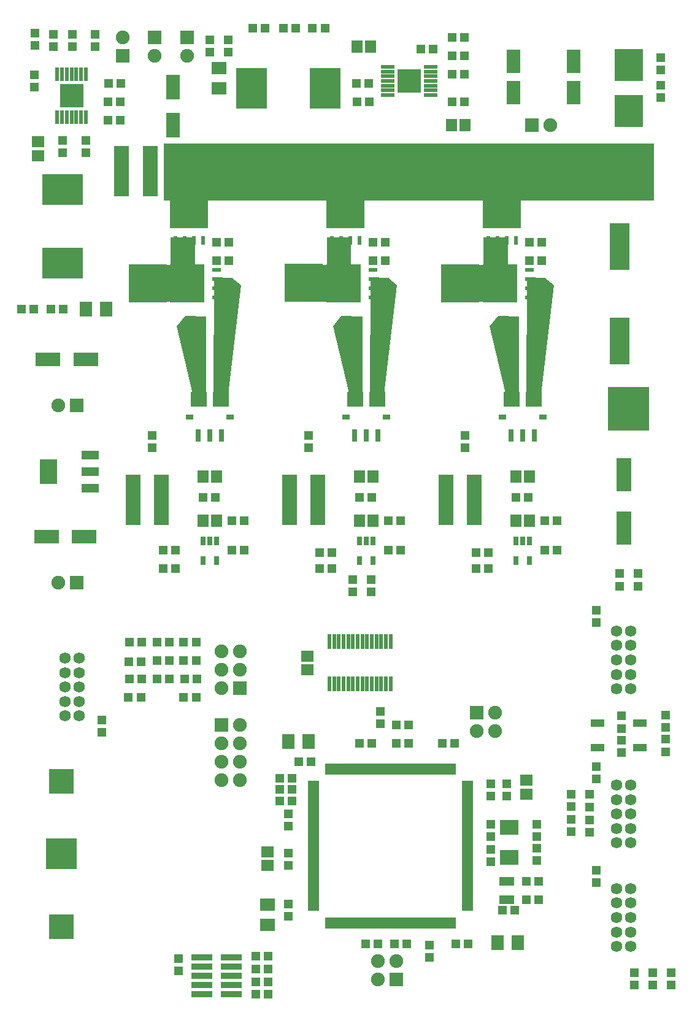
<source format=gts>
G04 DipTrace 3.3.1.3*
G04 TopMask.gbr*
%MOIN*%
G04 #@! TF.FileFunction,Soldermask,Top*
G04 #@! TF.Part,Single*
%ADD98R,0.102368X0.082683*%
%ADD100R,0.082683X0.051187*%
%ADD102R,0.08662X0.082683*%
%ADD104R,0.043313X0.031502*%
%ADD106R,0.027565X0.070872*%
%ADD108R,0.031502X0.051187*%
%ADD110R,0.129927X0.12599*%
%ADD112R,0.024415X0.077959*%
%ADD114R,0.092526X0.135833*%
%ADD116R,0.092526X0.045282*%
%ADD118R,0.12599X0.129927*%
%ADD120R,0.077959X0.024415*%
%ADD122R,0.023628X0.078746*%
%ADD124R,0.021266X0.06103*%
%ADD126R,0.06103X0.021266*%
%ADD128R,0.074809X0.039376*%
%ADD130R,0.18788X0.20788*%
%ADD132R,0.04788X0.02388*%
%ADD134R,0.20788X0.18788*%
%ADD136R,0.02388X0.04788*%
%ADD138R,0.20788X0.20788*%
%ADD140R,0.224415X0.167329*%
%ADD142R,0.167329X0.224415*%
%ADD144R,0.117723X0.037014*%
%ADD146C,0.06225*%
%ADD148C,0.074809*%
%ADD150R,0.074809X0.074809*%
%ADD152R,0.15788X0.17488*%
%ADD154R,0.137801X0.072841*%
%ADD156R,0.072841X0.137801*%
%ADD158R,0.072841X0.129927*%
%ADD160R,0.059061X0.066935*%
%ADD162R,0.082683X0.275597*%
%ADD164R,0.078746X0.181108*%
%ADD166R,0.106305X0.255911*%
%ADD168R,0.070872X0.078746*%
%ADD170R,0.066935X0.059061*%
%ADD172R,0.078746X0.070872*%
%ADD174R,0.051187X0.04725*%
%ADD176R,0.04725X0.051187*%
%ADD178R,0.16536X0.16536*%
%ADD180R,0.133864X0.133864*%
%FSLAX26Y26*%
G04*
G70*
G90*
G75*
G01*
G04 TopMask*
%LPD*%
D180*
X774930Y999949D3*
D178*
Y1393650D3*
D180*
Y1787351D3*
D176*
X4056200Y2081200D3*
Y2148129D3*
D174*
X3237449Y1087451D3*
X3170520D3*
X3368700Y1145275D3*
X3301771D3*
D172*
X1893700Y1118700D3*
Y1008464D3*
D174*
X3368700Y1245275D3*
X3301771D3*
D176*
X3356200Y1424949D3*
Y1358020D3*
D170*
X1893700Y1331200D3*
Y1406003D3*
D176*
X3356200Y1487451D3*
Y1554380D3*
X3818700Y2012449D3*
Y1945520D3*
D168*
X3143700Y912449D3*
X3253936D3*
D170*
X3299949Y1793700D3*
Y1718897D3*
D176*
X3106200Y1774949D3*
Y1708020D3*
D168*
X2118700Y2006200D3*
X2008464D3*
D174*
X2918700Y906200D3*
X2985629D3*
X2649949D3*
X2583020D3*
X2493700D3*
X2426771D3*
D176*
X2006200Y1056200D3*
Y1123129D3*
Y1331200D3*
Y1398129D3*
Y1543700D3*
Y1610629D3*
D174*
X2131200Y1893700D3*
X2064271D3*
X2393700Y1993700D3*
X2460629D3*
X2593700D3*
X2660629D3*
X2843700D3*
X2910629D3*
D176*
X3193700Y1774949D3*
Y1708020D3*
X3106200Y1418700D3*
Y1351771D3*
D174*
X1506200Y2243700D3*
X1439271D3*
D176*
X2356200Y2818700D3*
Y2885629D3*
X2456200Y2818700D3*
Y2885629D3*
D170*
X2112449Y2468700D3*
Y2393897D3*
D166*
X3806200Y4693700D3*
Y4181889D3*
D164*
X3831200Y3456200D3*
Y3164861D3*
D162*
X1256200Y5106200D3*
X1102657D3*
D160*
X2968602Y5356200D3*
X2893798D3*
D174*
X2381200Y5481200D3*
X2448129D3*
X1881200Y5881200D3*
X1814271D3*
X1981200D3*
X2048129D3*
D158*
X3556200Y5531200D3*
Y5700491D3*
X3231200Y5531200D3*
Y5700491D3*
D174*
X2964665Y5481200D3*
X2897735D3*
D172*
X1631200Y5556200D3*
Y5666436D3*
D156*
X1381200Y5356200D3*
Y5560924D3*
D174*
X2793700Y5768700D3*
X2726771D3*
D160*
X2381200Y5781200D3*
X2456003D3*
D154*
X693700Y3118700D3*
X898424D3*
D176*
X906200Y5206200D3*
Y5273129D3*
D174*
X1093700Y5381200D3*
X1026771D3*
X1093700Y5481200D3*
X1026771D3*
D176*
X956200Y5781200D3*
Y5848129D3*
D168*
X906200Y4356200D3*
X1016436D3*
D154*
X906200Y4081200D3*
X701476D3*
D176*
X627165Y5627165D3*
Y5560235D3*
D170*
X647735Y5264468D3*
Y5189665D3*
D176*
X3681200Y2718700D3*
Y2651771D3*
X1412449Y824951D3*
Y758022D3*
X3681200Y1868700D3*
Y1801771D3*
X993700Y2056200D3*
Y2123129D3*
X3681200Y1306200D3*
Y1239271D3*
D174*
X1768700Y3043700D3*
X1701771D3*
X2618700D3*
X2551771D3*
X3468700D3*
X3401771D3*
D160*
X1543700Y3206200D3*
X1618503D3*
X2393897D3*
X2468700D3*
X3243700D3*
X3318503D3*
D162*
X1318700Y3318700D3*
X1165157D3*
X2168700D3*
X2015157D3*
X3018700D3*
X2865157D3*
D160*
X1543700Y3443700D3*
X1618503D3*
X2393700D3*
X2468503D3*
X3243700D3*
X3318503D3*
D174*
X1293700Y2543700D3*
X1360629D3*
X1293700Y2443700D3*
X1360629D3*
X1293700Y2343700D3*
X1360629D3*
X1768700Y3206200D3*
X1701771D3*
X2618700D3*
X2551771D3*
X3468700D3*
X3401771D3*
D152*
X3856200Y5431200D3*
Y5682200D3*
D150*
X3331200Y5356200D3*
D148*
X3431200D3*
D150*
X1456200Y5831200D3*
D148*
Y5731200D3*
D150*
X856200Y2868700D3*
D148*
X756200D3*
D150*
X1281200Y5831200D3*
D148*
Y5731200D3*
D150*
X1106200D3*
D148*
Y5831200D3*
D150*
X856200Y3831200D3*
D148*
X756200D3*
D146*
X3868700Y2606200D3*
X3789960D3*
X3868700Y2527460D3*
X3789960D3*
X3868700Y2448720D3*
X3789960D3*
X3868700Y2369980D3*
X3789960D3*
X3868700Y2291239D3*
X3789960D3*
D144*
X1537449Y831200D3*
Y781200D3*
Y731200D3*
Y681200D3*
Y631200D3*
X1697686D3*
Y681200D3*
Y731200D3*
Y781200D3*
Y831200D3*
D146*
X3868700Y1768700D3*
X3789960D3*
X3868700Y1689960D3*
X3789960D3*
X3868700Y1611220D3*
X3789960D3*
X3868700Y1532480D3*
X3789960D3*
X3868700Y1453739D3*
X3789960D3*
X793700Y2143700D3*
X872440D3*
X793700Y2222440D3*
X872440D3*
X793700Y2301180D3*
X872440D3*
X793700Y2379920D3*
X872440D3*
X793700Y2458661D3*
X872440D3*
X3868700Y1206200D3*
X3789960D3*
X3868700Y1127460D3*
X3789960D3*
X3868700Y1048720D3*
X3789960D3*
X3868700Y969980D3*
X3789960D3*
X3868700Y891239D3*
X3789960D3*
D150*
X3031200Y2162449D3*
D148*
X3131200D3*
X3031200Y2062449D3*
X3131200D3*
D150*
X1743700Y2293700D3*
D148*
X1643700D3*
X1743700Y2393700D3*
X1643700D3*
X1743700Y2493700D3*
X1643700D3*
D150*
X2593700Y712449D3*
D148*
X2493700D3*
X2593700Y812449D3*
X2493700D3*
D150*
X1643700Y2093700D3*
D148*
X1743700D3*
X1643700Y1993700D3*
X1743700D3*
X1643700Y1893700D3*
X1743700D3*
X1643700Y1793700D3*
X1743700D3*
D142*
X2206200Y5556200D3*
X1806594D3*
D140*
X781200Y5006200D3*
Y4606594D3*
D138*
X3856200Y5106200D3*
Y3818700D3*
X1243700Y4493700D3*
X2090575Y4496825D3*
X2940575Y4493700D3*
D136*
X1543700Y4729502D3*
X1493700D3*
X1443700D3*
X1393700D3*
D134*
X1468700Y4889502D3*
D136*
X2393700Y4729502D3*
X2343700D3*
X2293700D3*
X2243700D3*
D134*
X2318700Y4889502D3*
D136*
X3243700Y4729502D3*
X3193700D3*
X3143700D3*
X3093700D3*
D134*
X3168700Y4889502D3*
D132*
X1618700Y4568700D3*
Y4518700D3*
Y4468700D3*
Y4418700D3*
D130*
X1458700Y4493700D3*
D132*
X2468700Y4568700D3*
Y4518700D3*
Y4468700D3*
Y4418700D3*
D130*
X2308700Y4493700D3*
D132*
X3318700Y4568700D3*
Y4518700D3*
Y4468700D3*
Y4418700D3*
D130*
X3158700Y4493700D3*
D176*
X2774949Y831200D3*
Y898129D3*
X4056200Y1949951D3*
Y2016880D3*
X3106200Y1556200D3*
Y1489271D3*
X3818700Y2143700D3*
Y2076771D3*
D174*
X2593700Y2093700D3*
X2660629D3*
X1510629Y2343700D3*
X1443700D3*
X1506200Y2443700D3*
X1439271D3*
X1506200Y2543700D3*
X1439271D3*
D176*
X2506200Y2168700D3*
Y2101771D3*
D174*
X1143700Y2543700D3*
X1210629D3*
X1139665Y2439665D3*
X1206594D3*
X1143700Y2343700D3*
X1210629D3*
X1206200Y2243700D3*
X1139271D3*
X2443700Y5581200D3*
X2376771D3*
X2964665Y5831200D3*
X2897735D3*
X2206200Y5881200D3*
X2139271D3*
X2964665Y5631200D3*
X2897735D3*
D176*
X1581200Y5818700D3*
Y5751771D3*
X4031200Y5656200D3*
Y5723129D3*
D174*
X2897735Y5731200D3*
X2964665D3*
D176*
X1681200Y5818700D3*
Y5751771D3*
X4031200Y5506200D3*
Y5573129D3*
X781200Y5273129D3*
Y5206200D3*
X631200Y5856200D3*
Y5789271D3*
D174*
X1031200Y5581200D3*
X1098129D3*
D176*
X835629Y5781200D3*
Y5848129D3*
D174*
X718700Y4356200D3*
X785629D3*
D176*
X731200Y5781200D3*
Y5848129D3*
D174*
X556200Y4356200D3*
X623129D3*
D176*
X3906200Y2849951D3*
Y2916880D3*
X3806200Y2849951D3*
Y2916880D3*
D174*
X1831200Y768700D3*
X1898129D3*
X1831200Y837451D3*
X1898129D3*
X1831200Y631200D3*
X1898129D3*
X1831200Y699951D3*
X1898129D3*
D176*
X3643700Y1649951D3*
Y1716880D3*
Y1512451D3*
Y1579380D3*
X3543700Y1718700D3*
Y1651771D3*
Y1581200D3*
Y1514271D3*
D174*
X1962451Y1681200D3*
X2029380D3*
X1962451Y1743700D3*
X2029380D3*
X1962451Y1806200D3*
X2029380D3*
D176*
X4087449Y681200D3*
Y748129D3*
X3987449Y681200D3*
Y748129D3*
X3887449Y681200D3*
Y748129D3*
D174*
X1543700Y3331200D3*
X1610629D3*
X2393700D3*
X2460629D3*
X3243700D3*
X3310629D3*
X1618700Y4718700D3*
X1685629D3*
X2468700D3*
X2535629D3*
X3318700D3*
X3385629D3*
X1393700Y3043700D3*
X1326771D3*
X2243700Y3031200D3*
X2176771D3*
X3093700D3*
X3026771D3*
X1393700Y2943700D3*
X1326771D3*
X2243700D3*
X2176771D3*
X3093700D3*
X3026771D3*
D176*
X1268700Y3668700D3*
Y3601771D3*
X2118700Y3668700D3*
Y3601771D3*
X2968700Y3668700D3*
Y3601771D3*
D174*
X1618700Y4618700D3*
X1685629D3*
X2468700D3*
X2535629D3*
X3318700D3*
X3385629D3*
D128*
X3918700Y2106200D3*
Y1972342D3*
X3687449Y2106200D3*
Y1972342D3*
D126*
X2981200Y1093700D3*
Y1113385D3*
Y1133070D3*
Y1152755D3*
Y1172440D3*
Y1192125D3*
Y1211810D3*
Y1231495D3*
Y1251180D3*
Y1270865D3*
Y1290550D3*
Y1310235D3*
Y1329920D3*
Y1349606D3*
Y1369291D3*
Y1388976D3*
Y1408661D3*
Y1428346D3*
Y1448031D3*
Y1467716D3*
Y1487401D3*
Y1507086D3*
Y1526771D3*
Y1546456D3*
Y1566141D3*
Y1585826D3*
Y1605511D3*
Y1625196D3*
Y1644881D3*
Y1664566D3*
Y1684251D3*
Y1703936D3*
Y1723621D3*
Y1743306D3*
Y1762991D3*
Y1782676D3*
D124*
X2907381Y1856495D3*
X2887696D3*
X2868011D3*
X2848326D3*
X2828641D3*
X2808956D3*
X2789271D3*
X2769586D3*
X2749901D3*
X2730216D3*
X2710531D3*
X2690846D3*
X2671161D3*
X2651476D3*
X2631791D3*
X2612106D3*
X2592420D3*
X2572735D3*
X2553050D3*
X2533365D3*
X2513680D3*
X2493995D3*
X2474310D3*
X2454625D3*
X2434940D3*
X2415255D3*
X2395570D3*
X2375885D3*
X2356200D3*
X2336515D3*
X2316830D3*
X2297145D3*
X2277460D3*
X2257775D3*
X2238090D3*
X2218405D3*
D126*
X2144586Y1782676D3*
Y1762991D3*
Y1743306D3*
Y1723621D3*
Y1703936D3*
Y1684251D3*
Y1664566D3*
Y1644881D3*
Y1625196D3*
Y1605511D3*
Y1585826D3*
Y1566141D3*
Y1546456D3*
Y1526771D3*
Y1507086D3*
Y1487401D3*
Y1467716D3*
Y1448031D3*
Y1428346D3*
Y1408661D3*
Y1388976D3*
Y1369291D3*
Y1349606D3*
Y1329920D3*
Y1310235D3*
Y1290550D3*
Y1270865D3*
Y1251180D3*
Y1231495D3*
Y1211810D3*
Y1192125D3*
Y1172440D3*
Y1152755D3*
Y1133070D3*
Y1113385D3*
Y1093700D3*
D124*
X2218405Y1019881D3*
X2238090D3*
X2257775D3*
X2277460D3*
X2297145D3*
X2316830D3*
X2336515D3*
X2356200D3*
X2375885D3*
X2395570D3*
X2415255D3*
X2434940D3*
X2454625D3*
X2474310D3*
X2493995D3*
X2513680D3*
X2533365D3*
X2553050D3*
X2572735D3*
X2592420D3*
X2612106D3*
X2631791D3*
X2651476D3*
X2671161D3*
X2690846D3*
X2710531D3*
X2730216D3*
X2749901D3*
X2769586D3*
X2789271D3*
X2808956D3*
X2828641D3*
X2848326D3*
X2868011D3*
X2887696D3*
X2907381D3*
D122*
X2231200Y2318700D3*
X2256791D3*
X2282381D3*
X2307972D3*
X2333562D3*
X2359153D3*
X2384743D3*
X2410334D3*
X2435924D3*
X2461515D3*
X2487106D3*
X2512696D3*
X2538287D3*
X2563877D3*
Y2547054D3*
X2538287Y2547046D3*
X2512696D3*
X2487106D3*
X2461515D3*
X2435924D3*
X2410334D3*
X2384743D3*
X2359153D3*
X2333562D3*
X2307972D3*
X2282381D3*
X2256791D3*
X2231200D3*
D120*
X2781200Y5518700D3*
Y5544289D3*
Y5569880D3*
Y5595470D3*
Y5621061D3*
Y5646651D3*
Y5672242D3*
X2547342D3*
Y5646651D3*
Y5621061D3*
Y5595470D3*
Y5569880D3*
Y5544289D3*
Y5518700D3*
D118*
X2664271Y5595470D3*
D116*
X931200Y3381200D3*
Y3471751D3*
Y3562302D3*
D114*
X702854Y3471751D3*
D112*
X906200Y5631200D3*
X880611D3*
X855020D3*
X829430D3*
X803839D3*
X778249D3*
X752658D3*
Y5397342D3*
X778249D3*
X803839D3*
X829430D3*
X855020D3*
X880611D3*
X906200D3*
D110*
X829430Y5514271D3*
D108*
X1618700Y3093700D3*
X1581298D3*
X1543897D3*
Y2987401D3*
X1618700D3*
X2468700Y3093700D3*
X2431298D3*
X2393897D3*
Y2987401D3*
X2468700D3*
X3318700Y3093700D3*
X3281298D3*
X3243897D3*
Y2987401D3*
X3318700D3*
D106*
X1518700Y3668700D3*
X1581692D3*
X1644684D3*
D104*
X1471456Y3767125D3*
X1691928D3*
D102*
X1522637Y3865550D3*
X1640747D3*
D106*
X2368700Y3668700D3*
X2431692D3*
X2494684D3*
D104*
X2321456Y3767125D3*
X2541928D3*
D102*
X2372637Y3865550D3*
X2490747D3*
D106*
X3218700Y3668700D3*
X3281692D3*
X3344684D3*
D104*
X3171456Y3767125D3*
X3391928D3*
D102*
X3222637Y3865550D3*
X3340747D3*
D100*
X3193700Y1243700D3*
Y1145275D3*
D98*
X3206200Y1537451D3*
Y1376033D3*
G36*
X1331200Y5256200D2*
X3993700D1*
Y4943700D1*
X1331200D1*
Y5256200D1*
G37*
G36*
X1143700Y4593700D2*
Y4393700D1*
X1499951D1*
Y4743700D1*
X1368700D1*
Y4593700D1*
X1143700D1*
G37*
G36*
X1560906Y4315970D2*
X1446473Y4317054D1*
X1401459Y4261735D1*
X1487148Y3896741D1*
X1560364Y3895657D1*
Y3896199D1*
X1560906Y4315970D1*
G37*
G36*
X1604293Y4526940D2*
X1602666Y3897826D1*
X1679679Y3891317D1*
X1749641Y4483553D1*
X1702457Y4523687D1*
X1604293Y4526940D1*
G37*
G36*
X1992977Y4593905D2*
Y4393905D1*
X2349228D1*
Y4743905D1*
X2217977D1*
Y4593905D1*
X1992977D1*
G37*
G36*
X2410183Y4316175D2*
X2295750Y4317259D1*
X2250735Y4261940D1*
X2336424Y3896945D1*
X2409641Y3895861D1*
Y3896403D1*
X2410183Y4316175D1*
G37*
G36*
X2453570Y4527145D2*
X2451943Y3898031D1*
X2528956Y3891522D1*
X2598918Y4483758D1*
X2551734Y4523892D1*
X2453570Y4527145D1*
G37*
G36*
X2843676Y4593905D2*
Y4393905D1*
X3199927D1*
Y4743905D1*
X3068676D1*
Y4593905D1*
X2843676D1*
G37*
G36*
X3260882Y4316175D2*
X3146449Y4317259D1*
X3101435Y4261940D1*
X3187124Y3896945D1*
X3260340Y3895861D1*
Y3896403D1*
X3260882Y4316175D1*
G37*
G36*
X3304270Y4527145D2*
X3302642Y3898031D1*
X3379655Y3891522D1*
X3449617Y4483758D1*
X3402434Y4523892D1*
X3304270Y4527145D1*
G37*
G36*
X3743700Y3931200D2*
X3968700D1*
Y3693700D1*
X3743700D1*
Y3931200D1*
G37*
M02*

</source>
